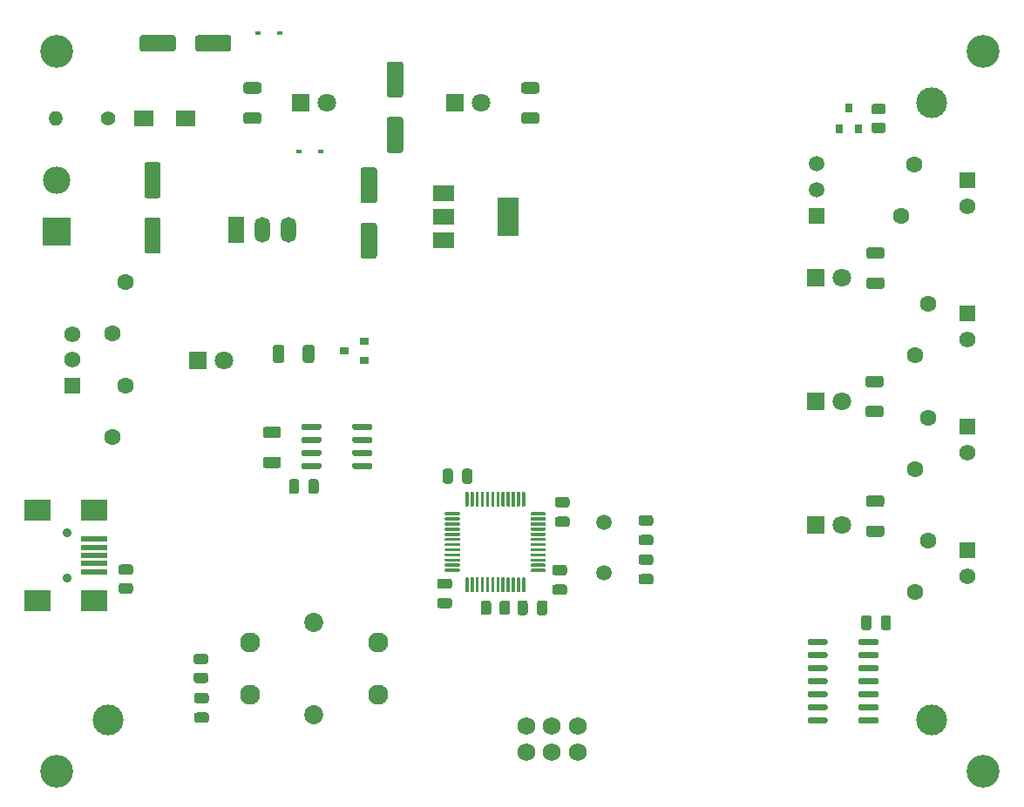
<source format=gbr>
%TF.GenerationSoftware,KiCad,Pcbnew,(5.1.9)-1*%
%TF.CreationDate,2022-11-23T19:56:57+01:00*%
%TF.ProjectId,PCDB_project,50434442-5f70-4726-9f6a-6563742e6b69,rev?*%
%TF.SameCoordinates,Original*%
%TF.FileFunction,Soldermask,Top*%
%TF.FilePolarity,Negative*%
%FSLAX46Y46*%
G04 Gerber Fmt 4.6, Leading zero omitted, Abs format (unit mm)*
G04 Created by KiCad (PCBNEW (5.1.9)-1) date 2022-11-23 19:56:57*
%MOMM*%
%LPD*%
G01*
G04 APERTURE LIST*
%ADD10R,1.574800X1.574800*%
%ADD11C,1.574800*%
%ADD12C,1.600000*%
%ADD13C,1.727200*%
%ADD14C,1.500000*%
%ADD15C,3.000000*%
%ADD16C,3.200000*%
%ADD17R,0.600000X0.450000*%
%ADD18C,1.400000*%
%ADD19O,1.400000X1.400000*%
%ADD20C,2.667000*%
%ADD21R,2.667000X2.667000*%
%ADD22R,2.500000X2.000000*%
%ADD23R,2.500000X0.500000*%
%ADD24C,0.900000*%
%ADD25R,1.905000X1.498600*%
%ADD26C,1.800000*%
%ADD27R,1.800000X1.800000*%
%ADD28R,0.800000X0.900000*%
%ADD29R,0.900000X0.800000*%
%ADD30C,1.955800*%
%ADD31C,1.854200*%
%ADD32R,1.500000X2.500000*%
%ADD33O,1.500000X2.500000*%
%ADD34R,2.000000X3.800000*%
%ADD35R,2.000000X1.500000*%
%ADD36R,1.500000X1.500000*%
G04 APERTURE END LIST*
D10*
%TO.C,J6*%
X6500000Y-37500000D03*
D11*
X6500000Y-34985400D03*
X6500000Y-32470800D03*
%TD*%
%TO.C,U6*%
G36*
G01*
X77926000Y-62584000D02*
X77926000Y-62284000D01*
G75*
G02*
X78076000Y-62134000I150000J0D01*
G01*
X79726000Y-62134000D01*
G75*
G02*
X79876000Y-62284000I0J-150000D01*
G01*
X79876000Y-62584000D01*
G75*
G02*
X79726000Y-62734000I-150000J0D01*
G01*
X78076000Y-62734000D01*
G75*
G02*
X77926000Y-62584000I0J150000D01*
G01*
G37*
G36*
G01*
X77926000Y-63854000D02*
X77926000Y-63554000D01*
G75*
G02*
X78076000Y-63404000I150000J0D01*
G01*
X79726000Y-63404000D01*
G75*
G02*
X79876000Y-63554000I0J-150000D01*
G01*
X79876000Y-63854000D01*
G75*
G02*
X79726000Y-64004000I-150000J0D01*
G01*
X78076000Y-64004000D01*
G75*
G02*
X77926000Y-63854000I0J150000D01*
G01*
G37*
G36*
G01*
X77926000Y-65124000D02*
X77926000Y-64824000D01*
G75*
G02*
X78076000Y-64674000I150000J0D01*
G01*
X79726000Y-64674000D01*
G75*
G02*
X79876000Y-64824000I0J-150000D01*
G01*
X79876000Y-65124000D01*
G75*
G02*
X79726000Y-65274000I-150000J0D01*
G01*
X78076000Y-65274000D01*
G75*
G02*
X77926000Y-65124000I0J150000D01*
G01*
G37*
G36*
G01*
X77926000Y-66394000D02*
X77926000Y-66094000D01*
G75*
G02*
X78076000Y-65944000I150000J0D01*
G01*
X79726000Y-65944000D01*
G75*
G02*
X79876000Y-66094000I0J-150000D01*
G01*
X79876000Y-66394000D01*
G75*
G02*
X79726000Y-66544000I-150000J0D01*
G01*
X78076000Y-66544000D01*
G75*
G02*
X77926000Y-66394000I0J150000D01*
G01*
G37*
G36*
G01*
X77926000Y-67664000D02*
X77926000Y-67364000D01*
G75*
G02*
X78076000Y-67214000I150000J0D01*
G01*
X79726000Y-67214000D01*
G75*
G02*
X79876000Y-67364000I0J-150000D01*
G01*
X79876000Y-67664000D01*
G75*
G02*
X79726000Y-67814000I-150000J0D01*
G01*
X78076000Y-67814000D01*
G75*
G02*
X77926000Y-67664000I0J150000D01*
G01*
G37*
G36*
G01*
X77926000Y-68934000D02*
X77926000Y-68634000D01*
G75*
G02*
X78076000Y-68484000I150000J0D01*
G01*
X79726000Y-68484000D01*
G75*
G02*
X79876000Y-68634000I0J-150000D01*
G01*
X79876000Y-68934000D01*
G75*
G02*
X79726000Y-69084000I-150000J0D01*
G01*
X78076000Y-69084000D01*
G75*
G02*
X77926000Y-68934000I0J150000D01*
G01*
G37*
G36*
G01*
X77926000Y-70204000D02*
X77926000Y-69904000D01*
G75*
G02*
X78076000Y-69754000I150000J0D01*
G01*
X79726000Y-69754000D01*
G75*
G02*
X79876000Y-69904000I0J-150000D01*
G01*
X79876000Y-70204000D01*
G75*
G02*
X79726000Y-70354000I-150000J0D01*
G01*
X78076000Y-70354000D01*
G75*
G02*
X77926000Y-70204000I0J150000D01*
G01*
G37*
G36*
G01*
X82876000Y-70204000D02*
X82876000Y-69904000D01*
G75*
G02*
X83026000Y-69754000I150000J0D01*
G01*
X84676000Y-69754000D01*
G75*
G02*
X84826000Y-69904000I0J-150000D01*
G01*
X84826000Y-70204000D01*
G75*
G02*
X84676000Y-70354000I-150000J0D01*
G01*
X83026000Y-70354000D01*
G75*
G02*
X82876000Y-70204000I0J150000D01*
G01*
G37*
G36*
G01*
X82876000Y-68934000D02*
X82876000Y-68634000D01*
G75*
G02*
X83026000Y-68484000I150000J0D01*
G01*
X84676000Y-68484000D01*
G75*
G02*
X84826000Y-68634000I0J-150000D01*
G01*
X84826000Y-68934000D01*
G75*
G02*
X84676000Y-69084000I-150000J0D01*
G01*
X83026000Y-69084000D01*
G75*
G02*
X82876000Y-68934000I0J150000D01*
G01*
G37*
G36*
G01*
X82876000Y-67664000D02*
X82876000Y-67364000D01*
G75*
G02*
X83026000Y-67214000I150000J0D01*
G01*
X84676000Y-67214000D01*
G75*
G02*
X84826000Y-67364000I0J-150000D01*
G01*
X84826000Y-67664000D01*
G75*
G02*
X84676000Y-67814000I-150000J0D01*
G01*
X83026000Y-67814000D01*
G75*
G02*
X82876000Y-67664000I0J150000D01*
G01*
G37*
G36*
G01*
X82876000Y-66394000D02*
X82876000Y-66094000D01*
G75*
G02*
X83026000Y-65944000I150000J0D01*
G01*
X84676000Y-65944000D01*
G75*
G02*
X84826000Y-66094000I0J-150000D01*
G01*
X84826000Y-66394000D01*
G75*
G02*
X84676000Y-66544000I-150000J0D01*
G01*
X83026000Y-66544000D01*
G75*
G02*
X82876000Y-66394000I0J150000D01*
G01*
G37*
G36*
G01*
X82876000Y-65124000D02*
X82876000Y-64824000D01*
G75*
G02*
X83026000Y-64674000I150000J0D01*
G01*
X84676000Y-64674000D01*
G75*
G02*
X84826000Y-64824000I0J-150000D01*
G01*
X84826000Y-65124000D01*
G75*
G02*
X84676000Y-65274000I-150000J0D01*
G01*
X83026000Y-65274000D01*
G75*
G02*
X82876000Y-65124000I0J150000D01*
G01*
G37*
G36*
G01*
X82876000Y-63854000D02*
X82876000Y-63554000D01*
G75*
G02*
X83026000Y-63404000I150000J0D01*
G01*
X84676000Y-63404000D01*
G75*
G02*
X84826000Y-63554000I0J-150000D01*
G01*
X84826000Y-63854000D01*
G75*
G02*
X84676000Y-64004000I-150000J0D01*
G01*
X83026000Y-64004000D01*
G75*
G02*
X82876000Y-63854000I0J150000D01*
G01*
G37*
G36*
G01*
X82876000Y-62584000D02*
X82876000Y-62284000D01*
G75*
G02*
X83026000Y-62134000I150000J0D01*
G01*
X84676000Y-62134000D01*
G75*
G02*
X84826000Y-62284000I0J-150000D01*
G01*
X84826000Y-62584000D01*
G75*
G02*
X84676000Y-62734000I-150000J0D01*
G01*
X83026000Y-62734000D01*
G75*
G02*
X82876000Y-62584000I0J150000D01*
G01*
G37*
%TD*%
D12*
%TO.C,MOV5*%
X89662000Y-40640000D03*
X88362000Y-45640000D03*
%TD*%
%TO.C,C13*%
G36*
G01*
X86050000Y-60077000D02*
X86050000Y-61027000D01*
G75*
G02*
X85800000Y-61277000I-250000J0D01*
G01*
X85300000Y-61277000D01*
G75*
G02*
X85050000Y-61027000I0J250000D01*
G01*
X85050000Y-60077000D01*
G75*
G02*
X85300000Y-59827000I250000J0D01*
G01*
X85800000Y-59827000D01*
G75*
G02*
X86050000Y-60077000I0J-250000D01*
G01*
G37*
G36*
G01*
X84150000Y-60077000D02*
X84150000Y-61027000D01*
G75*
G02*
X83900000Y-61277000I-250000J0D01*
G01*
X83400000Y-61277000D01*
G75*
G02*
X83150000Y-61027000I0J250000D01*
G01*
X83150000Y-60077000D01*
G75*
G02*
X83400000Y-59827000I250000J0D01*
G01*
X83900000Y-59827000D01*
G75*
G02*
X84150000Y-60077000I0J-250000D01*
G01*
G37*
%TD*%
%TO.C,R5*%
G36*
G01*
X84385999Y-11900000D02*
X85286001Y-11900000D01*
G75*
G02*
X85536000Y-12149999I0J-249999D01*
G01*
X85536000Y-12675001D01*
G75*
G02*
X85286001Y-12925000I-249999J0D01*
G01*
X84385999Y-12925000D01*
G75*
G02*
X84136000Y-12675001I0J249999D01*
G01*
X84136000Y-12149999D01*
G75*
G02*
X84385999Y-11900000I249999J0D01*
G01*
G37*
G36*
G01*
X84385999Y-10075000D02*
X85286001Y-10075000D01*
G75*
G02*
X85536000Y-10324999I0J-249999D01*
G01*
X85536000Y-10850001D01*
G75*
G02*
X85286001Y-11100000I-249999J0D01*
G01*
X84385999Y-11100000D01*
G75*
G02*
X84136000Y-10850001I0J249999D01*
G01*
X84136000Y-10324999D01*
G75*
G02*
X84385999Y-10075000I249999J0D01*
G01*
G37*
%TD*%
D13*
%TO.C,J8*%
X50596800Y-70612000D03*
X55626000Y-73126600D03*
X50596800Y-73126600D03*
X53111400Y-70612000D03*
X53111400Y-73126600D03*
X55626000Y-70612000D03*
%TD*%
D14*
%TO.C,X1*%
X58166000Y-55700000D03*
X58166000Y-50800000D03*
%TD*%
D15*
%TO.C,FD3*%
X90000000Y-10000000D03*
%TD*%
%TO.C,FD2*%
X90000000Y-70000000D03*
%TD*%
%TO.C,FD1*%
X10000000Y-70000000D03*
%TD*%
D16*
%TO.C,H2*%
X95000000Y-5000000D03*
%TD*%
%TO.C,H4*%
X95000000Y-75000000D03*
%TD*%
%TO.C,H3*%
X5000000Y-75000000D03*
%TD*%
%TO.C,H1*%
X5000000Y-5000000D03*
%TD*%
%TO.C,C1*%
G36*
G01*
X18450000Y-4750000D02*
X18450000Y-3650000D01*
G75*
G02*
X18700000Y-3400000I250000J0D01*
G01*
X21700000Y-3400000D01*
G75*
G02*
X21950000Y-3650000I0J-250000D01*
G01*
X21950000Y-4750000D01*
G75*
G02*
X21700000Y-5000000I-250000J0D01*
G01*
X18700000Y-5000000D01*
G75*
G02*
X18450000Y-4750000I0J250000D01*
G01*
G37*
G36*
G01*
X13050000Y-4750000D02*
X13050000Y-3650000D01*
G75*
G02*
X13300000Y-3400000I250000J0D01*
G01*
X16300000Y-3400000D01*
G75*
G02*
X16550000Y-3650000I0J-250000D01*
G01*
X16550000Y-4750000D01*
G75*
G02*
X16300000Y-5000000I-250000J0D01*
G01*
X13300000Y-5000000D01*
G75*
G02*
X13050000Y-4750000I0J250000D01*
G01*
G37*
%TD*%
%TO.C,C2*%
G36*
G01*
X13750000Y-21150000D02*
X14850000Y-21150000D01*
G75*
G02*
X15100000Y-21400000I0J-250000D01*
G01*
X15100000Y-24400000D01*
G75*
G02*
X14850000Y-24650000I-250000J0D01*
G01*
X13750000Y-24650000D01*
G75*
G02*
X13500000Y-24400000I0J250000D01*
G01*
X13500000Y-21400000D01*
G75*
G02*
X13750000Y-21150000I250000J0D01*
G01*
G37*
G36*
G01*
X13750000Y-15750000D02*
X14850000Y-15750000D01*
G75*
G02*
X15100000Y-16000000I0J-250000D01*
G01*
X15100000Y-19000000D01*
G75*
G02*
X14850000Y-19250000I-250000J0D01*
G01*
X13750000Y-19250000D01*
G75*
G02*
X13500000Y-19000000I0J250000D01*
G01*
X13500000Y-16000000D01*
G75*
G02*
X13750000Y-15750000I250000J0D01*
G01*
G37*
%TD*%
%TO.C,C3*%
G36*
G01*
X34750000Y-16250000D02*
X35850000Y-16250000D01*
G75*
G02*
X36100000Y-16500000I0J-250000D01*
G01*
X36100000Y-19500000D01*
G75*
G02*
X35850000Y-19750000I-250000J0D01*
G01*
X34750000Y-19750000D01*
G75*
G02*
X34500000Y-19500000I0J250000D01*
G01*
X34500000Y-16500000D01*
G75*
G02*
X34750000Y-16250000I250000J0D01*
G01*
G37*
G36*
G01*
X34750000Y-21650000D02*
X35850000Y-21650000D01*
G75*
G02*
X36100000Y-21900000I0J-250000D01*
G01*
X36100000Y-24900000D01*
G75*
G02*
X35850000Y-25150000I-250000J0D01*
G01*
X34750000Y-25150000D01*
G75*
G02*
X34500000Y-24900000I0J250000D01*
G01*
X34500000Y-21900000D01*
G75*
G02*
X34750000Y-21650000I250000J0D01*
G01*
G37*
%TD*%
%TO.C,C4*%
G36*
G01*
X38396000Y-14864000D02*
X37296000Y-14864000D01*
G75*
G02*
X37046000Y-14614000I0J250000D01*
G01*
X37046000Y-11614000D01*
G75*
G02*
X37296000Y-11364000I250000J0D01*
G01*
X38396000Y-11364000D01*
G75*
G02*
X38646000Y-11614000I0J-250000D01*
G01*
X38646000Y-14614000D01*
G75*
G02*
X38396000Y-14864000I-250000J0D01*
G01*
G37*
G36*
G01*
X38396000Y-9464000D02*
X37296000Y-9464000D01*
G75*
G02*
X37046000Y-9214000I0J250000D01*
G01*
X37046000Y-6214000D01*
G75*
G02*
X37296000Y-5964000I250000J0D01*
G01*
X38396000Y-5964000D01*
G75*
G02*
X38646000Y-6214000I0J-250000D01*
G01*
X38646000Y-9214000D01*
G75*
G02*
X38396000Y-9464000I-250000J0D01*
G01*
G37*
%TD*%
%TO.C,C5*%
G36*
G01*
X43147000Y-57250000D02*
X42197000Y-57250000D01*
G75*
G02*
X41947000Y-57000000I0J250000D01*
G01*
X41947000Y-56500000D01*
G75*
G02*
X42197000Y-56250000I250000J0D01*
G01*
X43147000Y-56250000D01*
G75*
G02*
X43397000Y-56500000I0J-250000D01*
G01*
X43397000Y-57000000D01*
G75*
G02*
X43147000Y-57250000I-250000J0D01*
G01*
G37*
G36*
G01*
X43147000Y-59150000D02*
X42197000Y-59150000D01*
G75*
G02*
X41947000Y-58900000I0J250000D01*
G01*
X41947000Y-58400000D01*
G75*
G02*
X42197000Y-58150000I250000J0D01*
G01*
X43147000Y-58150000D01*
G75*
G02*
X43397000Y-58400000I0J-250000D01*
G01*
X43397000Y-58900000D01*
G75*
G02*
X43147000Y-59150000I-250000J0D01*
G01*
G37*
%TD*%
%TO.C,C6*%
G36*
G01*
X52650000Y-58625000D02*
X52650000Y-59575000D01*
G75*
G02*
X52400000Y-59825000I-250000J0D01*
G01*
X51900000Y-59825000D01*
G75*
G02*
X51650000Y-59575000I0J250000D01*
G01*
X51650000Y-58625000D01*
G75*
G02*
X51900000Y-58375000I250000J0D01*
G01*
X52400000Y-58375000D01*
G75*
G02*
X52650000Y-58625000I0J-250000D01*
G01*
G37*
G36*
G01*
X50750000Y-58625000D02*
X50750000Y-59575000D01*
G75*
G02*
X50500000Y-59825000I-250000J0D01*
G01*
X50000000Y-59825000D01*
G75*
G02*
X49750000Y-59575000I0J250000D01*
G01*
X49750000Y-58625000D01*
G75*
G02*
X50000000Y-58375000I250000J0D01*
G01*
X50500000Y-58375000D01*
G75*
G02*
X50750000Y-58625000I0J-250000D01*
G01*
G37*
%TD*%
%TO.C,C7*%
G36*
G01*
X53627000Y-48334000D02*
X54577000Y-48334000D01*
G75*
G02*
X54827000Y-48584000I0J-250000D01*
G01*
X54827000Y-49084000D01*
G75*
G02*
X54577000Y-49334000I-250000J0D01*
G01*
X53627000Y-49334000D01*
G75*
G02*
X53377000Y-49084000I0J250000D01*
G01*
X53377000Y-48584000D01*
G75*
G02*
X53627000Y-48334000I250000J0D01*
G01*
G37*
G36*
G01*
X53627000Y-50234000D02*
X54577000Y-50234000D01*
G75*
G02*
X54827000Y-50484000I0J-250000D01*
G01*
X54827000Y-50984000D01*
G75*
G02*
X54577000Y-51234000I-250000J0D01*
G01*
X53627000Y-51234000D01*
G75*
G02*
X53377000Y-50984000I0J250000D01*
G01*
X53377000Y-50484000D01*
G75*
G02*
X53627000Y-50234000I250000J0D01*
G01*
G37*
%TD*%
%TO.C,C8*%
G36*
G01*
X44392000Y-46775000D02*
X44392000Y-45825000D01*
G75*
G02*
X44642000Y-45575000I250000J0D01*
G01*
X45142000Y-45575000D01*
G75*
G02*
X45392000Y-45825000I0J-250000D01*
G01*
X45392000Y-46775000D01*
G75*
G02*
X45142000Y-47025000I-250000J0D01*
G01*
X44642000Y-47025000D01*
G75*
G02*
X44392000Y-46775000I0J250000D01*
G01*
G37*
G36*
G01*
X42492000Y-46775000D02*
X42492000Y-45825000D01*
G75*
G02*
X42742000Y-45575000I250000J0D01*
G01*
X43242000Y-45575000D01*
G75*
G02*
X43492000Y-45825000I0J-250000D01*
G01*
X43492000Y-46775000D01*
G75*
G02*
X43242000Y-47025000I-250000J0D01*
G01*
X42742000Y-47025000D01*
G75*
G02*
X42492000Y-46775000I0J250000D01*
G01*
G37*
%TD*%
%TO.C,C9*%
G36*
G01*
X53373000Y-54938000D02*
X54323000Y-54938000D01*
G75*
G02*
X54573000Y-55188000I0J-250000D01*
G01*
X54573000Y-55688000D01*
G75*
G02*
X54323000Y-55938000I-250000J0D01*
G01*
X53373000Y-55938000D01*
G75*
G02*
X53123000Y-55688000I0J250000D01*
G01*
X53123000Y-55188000D01*
G75*
G02*
X53373000Y-54938000I250000J0D01*
G01*
G37*
G36*
G01*
X53373000Y-56838000D02*
X54323000Y-56838000D01*
G75*
G02*
X54573000Y-57088000I0J-250000D01*
G01*
X54573000Y-57588000D01*
G75*
G02*
X54323000Y-57838000I-250000J0D01*
G01*
X53373000Y-57838000D01*
G75*
G02*
X53123000Y-57588000I0J250000D01*
G01*
X53123000Y-57088000D01*
G75*
G02*
X53373000Y-56838000I250000J0D01*
G01*
G37*
%TD*%
%TO.C,C10*%
G36*
G01*
X62705000Y-54922000D02*
X61755000Y-54922000D01*
G75*
G02*
X61505000Y-54672000I0J250000D01*
G01*
X61505000Y-54172000D01*
G75*
G02*
X61755000Y-53922000I250000J0D01*
G01*
X62705000Y-53922000D01*
G75*
G02*
X62955000Y-54172000I0J-250000D01*
G01*
X62955000Y-54672000D01*
G75*
G02*
X62705000Y-54922000I-250000J0D01*
G01*
G37*
G36*
G01*
X62705000Y-56822000D02*
X61755000Y-56822000D01*
G75*
G02*
X61505000Y-56572000I0J250000D01*
G01*
X61505000Y-56072000D01*
G75*
G02*
X61755000Y-55822000I250000J0D01*
G01*
X62705000Y-55822000D01*
G75*
G02*
X62955000Y-56072000I0J-250000D01*
G01*
X62955000Y-56572000D01*
G75*
G02*
X62705000Y-56822000I-250000J0D01*
G01*
G37*
%TD*%
%TO.C,C11*%
G36*
G01*
X61755000Y-50112000D02*
X62705000Y-50112000D01*
G75*
G02*
X62955000Y-50362000I0J-250000D01*
G01*
X62955000Y-50862000D01*
G75*
G02*
X62705000Y-51112000I-250000J0D01*
G01*
X61755000Y-51112000D01*
G75*
G02*
X61505000Y-50862000I0J250000D01*
G01*
X61505000Y-50362000D01*
G75*
G02*
X61755000Y-50112000I250000J0D01*
G01*
G37*
G36*
G01*
X61755000Y-52012000D02*
X62705000Y-52012000D01*
G75*
G02*
X62955000Y-52262000I0J-250000D01*
G01*
X62955000Y-52762000D01*
G75*
G02*
X62705000Y-53012000I-250000J0D01*
G01*
X61755000Y-53012000D01*
G75*
G02*
X61505000Y-52762000I0J250000D01*
G01*
X61505000Y-52262000D01*
G75*
G02*
X61755000Y-52012000I250000J0D01*
G01*
G37*
%TD*%
%TO.C,C12*%
G36*
G01*
X18575000Y-69284000D02*
X19525000Y-69284000D01*
G75*
G02*
X19775000Y-69534000I0J-250000D01*
G01*
X19775000Y-70034000D01*
G75*
G02*
X19525000Y-70284000I-250000J0D01*
G01*
X18575000Y-70284000D01*
G75*
G02*
X18325000Y-70034000I0J250000D01*
G01*
X18325000Y-69534000D01*
G75*
G02*
X18575000Y-69284000I250000J0D01*
G01*
G37*
G36*
G01*
X18575000Y-67384000D02*
X19525000Y-67384000D01*
G75*
G02*
X19775000Y-67634000I0J-250000D01*
G01*
X19775000Y-68134000D01*
G75*
G02*
X19525000Y-68384000I-250000J0D01*
G01*
X18575000Y-68384000D01*
G75*
G02*
X18325000Y-68134000I0J250000D01*
G01*
X18325000Y-67634000D01*
G75*
G02*
X18575000Y-67384000I250000J0D01*
G01*
G37*
%TD*%
%TO.C,C14*%
G36*
G01*
X28550000Y-46825000D02*
X28550000Y-47775000D01*
G75*
G02*
X28300000Y-48025000I-250000J0D01*
G01*
X27800000Y-48025000D01*
G75*
G02*
X27550000Y-47775000I0J250000D01*
G01*
X27550000Y-46825000D01*
G75*
G02*
X27800000Y-46575000I250000J0D01*
G01*
X28300000Y-46575000D01*
G75*
G02*
X28550000Y-46825000I0J-250000D01*
G01*
G37*
G36*
G01*
X30450000Y-46825000D02*
X30450000Y-47775000D01*
G75*
G02*
X30200000Y-48025000I-250000J0D01*
G01*
X29700000Y-48025000D01*
G75*
G02*
X29450000Y-47775000I0J250000D01*
G01*
X29450000Y-46825000D01*
G75*
G02*
X29700000Y-46575000I250000J0D01*
G01*
X30200000Y-46575000D01*
G75*
G02*
X30450000Y-46825000I0J-250000D01*
G01*
G37*
%TD*%
D17*
%TO.C,D1*%
X30650000Y-14700000D03*
X28550000Y-14700000D03*
%TD*%
%TO.C,D2*%
X24550000Y-3200000D03*
X26650000Y-3200000D03*
%TD*%
D18*
%TO.C,F1*%
X10000000Y-11500000D03*
D19*
X4920000Y-11500000D03*
%TD*%
D20*
%TO.C,J1*%
X5000000Y-17496200D03*
D21*
X5000000Y-22500000D03*
%TD*%
D11*
%TO.C,J2*%
X93500000Y-20014600D03*
D10*
X93500000Y-17500000D03*
%TD*%
%TO.C,J3*%
X93500000Y-30500000D03*
D11*
X93500000Y-33014600D03*
%TD*%
%TO.C,J4*%
X93500000Y-44014600D03*
D10*
X93500000Y-41500000D03*
%TD*%
%TO.C,J5*%
X93500000Y-53500000D03*
D11*
X93500000Y-56014600D03*
%TD*%
D22*
%TO.C,J7*%
X3100000Y-49600000D03*
X3100000Y-58400000D03*
X8600000Y-49600000D03*
X8600000Y-58400000D03*
D23*
X8600000Y-52400000D03*
X8600000Y-53200000D03*
X8600000Y-54000000D03*
X8600000Y-54800000D03*
X8600000Y-55600000D03*
D24*
X6000000Y-51800000D03*
X6000000Y-56200000D03*
%TD*%
D25*
%TO.C,L1*%
X13468000Y-11474600D03*
X17532000Y-11525400D03*
%TD*%
D26*
%TO.C,LD1*%
X31270000Y-10000000D03*
D27*
X28730000Y-10000000D03*
%TD*%
%TO.C,LD2*%
X43700000Y-10000000D03*
D26*
X46240000Y-10000000D03*
%TD*%
%TO.C,LD3*%
X21270000Y-35000000D03*
D27*
X18730000Y-35000000D03*
%TD*%
%TO.C,LD4*%
X78730000Y-27000000D03*
D26*
X81270000Y-27000000D03*
%TD*%
D27*
%TO.C,LD5*%
X78730000Y-39000000D03*
D26*
X81270000Y-39000000D03*
%TD*%
%TO.C,LD6*%
X81270000Y-51000000D03*
D27*
X78730000Y-51000000D03*
%TD*%
D28*
%TO.C,M1*%
X81968000Y-10500000D03*
X82918000Y-12500000D03*
X81018000Y-12500000D03*
%TD*%
D29*
%TO.C,M2*%
X34900000Y-35050000D03*
X34900000Y-33150000D03*
X32900000Y-34100000D03*
%TD*%
D12*
%TO.C,MOV1*%
X87000000Y-21000000D03*
X88300000Y-16000000D03*
%TD*%
%TO.C,MOV2*%
X10400000Y-32400000D03*
X11700000Y-27400000D03*
%TD*%
%TO.C,MOV3*%
X10400000Y-42500000D03*
X11700000Y-37500000D03*
%TD*%
%TO.C,MOV4*%
X89662000Y-29500000D03*
X88362000Y-34500000D03*
%TD*%
%TO.C,MOV6*%
X88362000Y-57578000D03*
X89662000Y-52578000D03*
%TD*%
%TO.C,R1*%
G36*
G01*
X23374999Y-7975000D02*
X24625001Y-7975000D01*
G75*
G02*
X24875000Y-8224999I0J-249999D01*
G01*
X24875000Y-8850001D01*
G75*
G02*
X24625001Y-9100000I-249999J0D01*
G01*
X23374999Y-9100000D01*
G75*
G02*
X23125000Y-8850001I0J249999D01*
G01*
X23125000Y-8224999D01*
G75*
G02*
X23374999Y-7975000I249999J0D01*
G01*
G37*
G36*
G01*
X23374999Y-10900000D02*
X24625001Y-10900000D01*
G75*
G02*
X24875000Y-11149999I0J-249999D01*
G01*
X24875000Y-11775001D01*
G75*
G02*
X24625001Y-12025000I-249999J0D01*
G01*
X23374999Y-12025000D01*
G75*
G02*
X23125000Y-11775001I0J249999D01*
G01*
X23125000Y-11149999D01*
G75*
G02*
X23374999Y-10900000I249999J0D01*
G01*
G37*
%TD*%
%TO.C,R2*%
G36*
G01*
X11249999Y-54875000D02*
X12150001Y-54875000D01*
G75*
G02*
X12400000Y-55124999I0J-249999D01*
G01*
X12400000Y-55650001D01*
G75*
G02*
X12150001Y-55900000I-249999J0D01*
G01*
X11249999Y-55900000D01*
G75*
G02*
X11000000Y-55650001I0J249999D01*
G01*
X11000000Y-55124999D01*
G75*
G02*
X11249999Y-54875000I249999J0D01*
G01*
G37*
G36*
G01*
X11249999Y-56700000D02*
X12150001Y-56700000D01*
G75*
G02*
X12400000Y-56949999I0J-249999D01*
G01*
X12400000Y-57475001D01*
G75*
G02*
X12150001Y-57725000I-249999J0D01*
G01*
X11249999Y-57725000D01*
G75*
G02*
X11000000Y-57475001I0J249999D01*
G01*
X11000000Y-56949999D01*
G75*
G02*
X11249999Y-56700000I249999J0D01*
G01*
G37*
%TD*%
%TO.C,R3*%
G36*
G01*
X18549999Y-63575000D02*
X19450001Y-63575000D01*
G75*
G02*
X19700000Y-63824999I0J-249999D01*
G01*
X19700000Y-64350001D01*
G75*
G02*
X19450001Y-64600000I-249999J0D01*
G01*
X18549999Y-64600000D01*
G75*
G02*
X18300000Y-64350001I0J249999D01*
G01*
X18300000Y-63824999D01*
G75*
G02*
X18549999Y-63575000I249999J0D01*
G01*
G37*
G36*
G01*
X18549999Y-65400000D02*
X19450001Y-65400000D01*
G75*
G02*
X19700000Y-65649999I0J-249999D01*
G01*
X19700000Y-66175001D01*
G75*
G02*
X19450001Y-66425000I-249999J0D01*
G01*
X18549999Y-66425000D01*
G75*
G02*
X18300000Y-66175001I0J249999D01*
G01*
X18300000Y-65649999D01*
G75*
G02*
X18549999Y-65400000I249999J0D01*
G01*
G37*
%TD*%
%TO.C,R4*%
G36*
G01*
X51625001Y-9100000D02*
X50374999Y-9100000D01*
G75*
G02*
X50125000Y-8850001I0J249999D01*
G01*
X50125000Y-8224999D01*
G75*
G02*
X50374999Y-7975000I249999J0D01*
G01*
X51625001Y-7975000D01*
G75*
G02*
X51875000Y-8224999I0J-249999D01*
G01*
X51875000Y-8850001D01*
G75*
G02*
X51625001Y-9100000I-249999J0D01*
G01*
G37*
G36*
G01*
X51625001Y-12025000D02*
X50374999Y-12025000D01*
G75*
G02*
X50125000Y-11775001I0J249999D01*
G01*
X50125000Y-11149999D01*
G75*
G02*
X50374999Y-10900000I249999J0D01*
G01*
X51625001Y-10900000D01*
G75*
G02*
X51875000Y-11149999I0J-249999D01*
G01*
X51875000Y-11775001D01*
G75*
G02*
X51625001Y-12025000I-249999J0D01*
G01*
G37*
%TD*%
%TO.C,R6*%
G36*
G01*
X27100000Y-33774999D02*
X27100000Y-35025001D01*
G75*
G02*
X26850001Y-35275000I-249999J0D01*
G01*
X26224999Y-35275000D01*
G75*
G02*
X25975000Y-35025001I0J249999D01*
G01*
X25975000Y-33774999D01*
G75*
G02*
X26224999Y-33525000I249999J0D01*
G01*
X26850001Y-33525000D01*
G75*
G02*
X27100000Y-33774999I0J-249999D01*
G01*
G37*
G36*
G01*
X30025000Y-33774999D02*
X30025000Y-35025001D01*
G75*
G02*
X29775001Y-35275000I-249999J0D01*
G01*
X29149999Y-35275000D01*
G75*
G02*
X28900000Y-35025001I0J249999D01*
G01*
X28900000Y-33774999D01*
G75*
G02*
X29149999Y-33525000I249999J0D01*
G01*
X29775001Y-33525000D01*
G75*
G02*
X30025000Y-33774999I0J-249999D01*
G01*
G37*
%TD*%
%TO.C,R7*%
G36*
G01*
X26525001Y-45525000D02*
X25274999Y-45525000D01*
G75*
G02*
X25025000Y-45275001I0J249999D01*
G01*
X25025000Y-44649999D01*
G75*
G02*
X25274999Y-44400000I249999J0D01*
G01*
X26525001Y-44400000D01*
G75*
G02*
X26775000Y-44649999I0J-249999D01*
G01*
X26775000Y-45275001D01*
G75*
G02*
X26525001Y-45525000I-249999J0D01*
G01*
G37*
G36*
G01*
X26525001Y-42600000D02*
X25274999Y-42600000D01*
G75*
G02*
X25025000Y-42350001I0J249999D01*
G01*
X25025000Y-41724999D01*
G75*
G02*
X25274999Y-41475000I249999J0D01*
G01*
X26525001Y-41475000D01*
G75*
G02*
X26775000Y-41724999I0J-249999D01*
G01*
X26775000Y-42350001D01*
G75*
G02*
X26525001Y-42600000I-249999J0D01*
G01*
G37*
%TD*%
%TO.C,R8*%
G36*
G01*
X85157001Y-28081000D02*
X83906999Y-28081000D01*
G75*
G02*
X83657000Y-27831001I0J249999D01*
G01*
X83657000Y-27205999D01*
G75*
G02*
X83906999Y-26956000I249999J0D01*
G01*
X85157001Y-26956000D01*
G75*
G02*
X85407000Y-27205999I0J-249999D01*
G01*
X85407000Y-27831001D01*
G75*
G02*
X85157001Y-28081000I-249999J0D01*
G01*
G37*
G36*
G01*
X85157001Y-25156000D02*
X83906999Y-25156000D01*
G75*
G02*
X83657000Y-24906001I0J249999D01*
G01*
X83657000Y-24280999D01*
G75*
G02*
X83906999Y-24031000I249999J0D01*
G01*
X85157001Y-24031000D01*
G75*
G02*
X85407000Y-24280999I0J-249999D01*
G01*
X85407000Y-24906001D01*
G75*
G02*
X85157001Y-25156000I-249999J0D01*
G01*
G37*
%TD*%
%TO.C,R9*%
G36*
G01*
X85065001Y-37656000D02*
X83814999Y-37656000D01*
G75*
G02*
X83565000Y-37406001I0J249999D01*
G01*
X83565000Y-36780999D01*
G75*
G02*
X83814999Y-36531000I249999J0D01*
G01*
X85065001Y-36531000D01*
G75*
G02*
X85315000Y-36780999I0J-249999D01*
G01*
X85315000Y-37406001D01*
G75*
G02*
X85065001Y-37656000I-249999J0D01*
G01*
G37*
G36*
G01*
X85065001Y-40581000D02*
X83814999Y-40581000D01*
G75*
G02*
X83565000Y-40331001I0J249999D01*
G01*
X83565000Y-39705999D01*
G75*
G02*
X83814999Y-39456000I249999J0D01*
G01*
X85065001Y-39456000D01*
G75*
G02*
X85315000Y-39705999I0J-249999D01*
G01*
X85315000Y-40331001D01*
G75*
G02*
X85065001Y-40581000I-249999J0D01*
G01*
G37*
%TD*%
%TO.C,R10*%
G36*
G01*
X85127001Y-52211000D02*
X83876999Y-52211000D01*
G75*
G02*
X83627000Y-51961001I0J249999D01*
G01*
X83627000Y-51335999D01*
G75*
G02*
X83876999Y-51086000I249999J0D01*
G01*
X85127001Y-51086000D01*
G75*
G02*
X85377000Y-51335999I0J-249999D01*
G01*
X85377000Y-51961001D01*
G75*
G02*
X85127001Y-52211000I-249999J0D01*
G01*
G37*
G36*
G01*
X85127001Y-49286000D02*
X83876999Y-49286000D01*
G75*
G02*
X83627000Y-49036001I0J249999D01*
G01*
X83627000Y-48410999D01*
G75*
G02*
X83876999Y-48161000I249999J0D01*
G01*
X85127001Y-48161000D01*
G75*
G02*
X85377000Y-48410999I0J-249999D01*
G01*
X85377000Y-49036001D01*
G75*
G02*
X85127001Y-49286000I-249999J0D01*
G01*
G37*
%TD*%
%TO.C,R11*%
G36*
G01*
X47200000Y-58649999D02*
X47200000Y-59550001D01*
G75*
G02*
X46950001Y-59800000I-249999J0D01*
G01*
X46424999Y-59800000D01*
G75*
G02*
X46175000Y-59550001I0J249999D01*
G01*
X46175000Y-58649999D01*
G75*
G02*
X46424999Y-58400000I249999J0D01*
G01*
X46950001Y-58400000D01*
G75*
G02*
X47200000Y-58649999I0J-249999D01*
G01*
G37*
G36*
G01*
X49025000Y-58649999D02*
X49025000Y-59550001D01*
G75*
G02*
X48775001Y-59800000I-249999J0D01*
G01*
X48249999Y-59800000D01*
G75*
G02*
X48000000Y-59550001I0J249999D01*
G01*
X48000000Y-58649999D01*
G75*
G02*
X48249999Y-58400000I249999J0D01*
G01*
X48775001Y-58400000D01*
G75*
G02*
X49025000Y-58649999I0J-249999D01*
G01*
G37*
%TD*%
D30*
%TO.C,SW1*%
X36248400Y-67510400D03*
X36248400Y-62506600D03*
X23751600Y-67510400D03*
D31*
X30000000Y-69517000D03*
X30000000Y-60500000D03*
D30*
X23751600Y-62506600D03*
%TD*%
D32*
%TO.C,U1*%
X22400000Y-22300000D03*
D33*
X24940000Y-22300000D03*
X27480000Y-22300000D03*
%TD*%
D34*
%TO.C,U2*%
X48870000Y-21082000D03*
D35*
X42570000Y-21082000D03*
X42570000Y-23382000D03*
X42570000Y-18782000D03*
%TD*%
%TO.C,U3*%
G36*
G01*
X50500000Y-56200000D02*
X50500000Y-57525000D01*
G75*
G02*
X50425000Y-57600000I-75000J0D01*
G01*
X50275000Y-57600000D01*
G75*
G02*
X50200000Y-57525000I0J75000D01*
G01*
X50200000Y-56200000D01*
G75*
G02*
X50275000Y-56125000I75000J0D01*
G01*
X50425000Y-56125000D01*
G75*
G02*
X50500000Y-56200000I0J-75000D01*
G01*
G37*
G36*
G01*
X50000000Y-56200000D02*
X50000000Y-57525000D01*
G75*
G02*
X49925000Y-57600000I-75000J0D01*
G01*
X49775000Y-57600000D01*
G75*
G02*
X49700000Y-57525000I0J75000D01*
G01*
X49700000Y-56200000D01*
G75*
G02*
X49775000Y-56125000I75000J0D01*
G01*
X49925000Y-56125000D01*
G75*
G02*
X50000000Y-56200000I0J-75000D01*
G01*
G37*
G36*
G01*
X49500000Y-56200000D02*
X49500000Y-57525000D01*
G75*
G02*
X49425000Y-57600000I-75000J0D01*
G01*
X49275000Y-57600000D01*
G75*
G02*
X49200000Y-57525000I0J75000D01*
G01*
X49200000Y-56200000D01*
G75*
G02*
X49275000Y-56125000I75000J0D01*
G01*
X49425000Y-56125000D01*
G75*
G02*
X49500000Y-56200000I0J-75000D01*
G01*
G37*
G36*
G01*
X49000000Y-56200000D02*
X49000000Y-57525000D01*
G75*
G02*
X48925000Y-57600000I-75000J0D01*
G01*
X48775000Y-57600000D01*
G75*
G02*
X48700000Y-57525000I0J75000D01*
G01*
X48700000Y-56200000D01*
G75*
G02*
X48775000Y-56125000I75000J0D01*
G01*
X48925000Y-56125000D01*
G75*
G02*
X49000000Y-56200000I0J-75000D01*
G01*
G37*
G36*
G01*
X48500000Y-56200000D02*
X48500000Y-57525000D01*
G75*
G02*
X48425000Y-57600000I-75000J0D01*
G01*
X48275000Y-57600000D01*
G75*
G02*
X48200000Y-57525000I0J75000D01*
G01*
X48200000Y-56200000D01*
G75*
G02*
X48275000Y-56125000I75000J0D01*
G01*
X48425000Y-56125000D01*
G75*
G02*
X48500000Y-56200000I0J-75000D01*
G01*
G37*
G36*
G01*
X48000000Y-56200000D02*
X48000000Y-57525000D01*
G75*
G02*
X47925000Y-57600000I-75000J0D01*
G01*
X47775000Y-57600000D01*
G75*
G02*
X47700000Y-57525000I0J75000D01*
G01*
X47700000Y-56200000D01*
G75*
G02*
X47775000Y-56125000I75000J0D01*
G01*
X47925000Y-56125000D01*
G75*
G02*
X48000000Y-56200000I0J-75000D01*
G01*
G37*
G36*
G01*
X47500000Y-56200000D02*
X47500000Y-57525000D01*
G75*
G02*
X47425000Y-57600000I-75000J0D01*
G01*
X47275000Y-57600000D01*
G75*
G02*
X47200000Y-57525000I0J75000D01*
G01*
X47200000Y-56200000D01*
G75*
G02*
X47275000Y-56125000I75000J0D01*
G01*
X47425000Y-56125000D01*
G75*
G02*
X47500000Y-56200000I0J-75000D01*
G01*
G37*
G36*
G01*
X47000000Y-56200000D02*
X47000000Y-57525000D01*
G75*
G02*
X46925000Y-57600000I-75000J0D01*
G01*
X46775000Y-57600000D01*
G75*
G02*
X46700000Y-57525000I0J75000D01*
G01*
X46700000Y-56200000D01*
G75*
G02*
X46775000Y-56125000I75000J0D01*
G01*
X46925000Y-56125000D01*
G75*
G02*
X47000000Y-56200000I0J-75000D01*
G01*
G37*
G36*
G01*
X46500000Y-56200000D02*
X46500000Y-57525000D01*
G75*
G02*
X46425000Y-57600000I-75000J0D01*
G01*
X46275000Y-57600000D01*
G75*
G02*
X46200000Y-57525000I0J75000D01*
G01*
X46200000Y-56200000D01*
G75*
G02*
X46275000Y-56125000I75000J0D01*
G01*
X46425000Y-56125000D01*
G75*
G02*
X46500000Y-56200000I0J-75000D01*
G01*
G37*
G36*
G01*
X46000000Y-56200000D02*
X46000000Y-57525000D01*
G75*
G02*
X45925000Y-57600000I-75000J0D01*
G01*
X45775000Y-57600000D01*
G75*
G02*
X45700000Y-57525000I0J75000D01*
G01*
X45700000Y-56200000D01*
G75*
G02*
X45775000Y-56125000I75000J0D01*
G01*
X45925000Y-56125000D01*
G75*
G02*
X46000000Y-56200000I0J-75000D01*
G01*
G37*
G36*
G01*
X45500000Y-56200000D02*
X45500000Y-57525000D01*
G75*
G02*
X45425000Y-57600000I-75000J0D01*
G01*
X45275000Y-57600000D01*
G75*
G02*
X45200000Y-57525000I0J75000D01*
G01*
X45200000Y-56200000D01*
G75*
G02*
X45275000Y-56125000I75000J0D01*
G01*
X45425000Y-56125000D01*
G75*
G02*
X45500000Y-56200000I0J-75000D01*
G01*
G37*
G36*
G01*
X45000000Y-56200000D02*
X45000000Y-57525000D01*
G75*
G02*
X44925000Y-57600000I-75000J0D01*
G01*
X44775000Y-57600000D01*
G75*
G02*
X44700000Y-57525000I0J75000D01*
G01*
X44700000Y-56200000D01*
G75*
G02*
X44775000Y-56125000I75000J0D01*
G01*
X44925000Y-56125000D01*
G75*
G02*
X45000000Y-56200000I0J-75000D01*
G01*
G37*
G36*
G01*
X44175000Y-55375000D02*
X44175000Y-55525000D01*
G75*
G02*
X44100000Y-55600000I-75000J0D01*
G01*
X42775000Y-55600000D01*
G75*
G02*
X42700000Y-55525000I0J75000D01*
G01*
X42700000Y-55375000D01*
G75*
G02*
X42775000Y-55300000I75000J0D01*
G01*
X44100000Y-55300000D01*
G75*
G02*
X44175000Y-55375000I0J-75000D01*
G01*
G37*
G36*
G01*
X44175000Y-54875000D02*
X44175000Y-55025000D01*
G75*
G02*
X44100000Y-55100000I-75000J0D01*
G01*
X42775000Y-55100000D01*
G75*
G02*
X42700000Y-55025000I0J75000D01*
G01*
X42700000Y-54875000D01*
G75*
G02*
X42775000Y-54800000I75000J0D01*
G01*
X44100000Y-54800000D01*
G75*
G02*
X44175000Y-54875000I0J-75000D01*
G01*
G37*
G36*
G01*
X44175000Y-54375000D02*
X44175000Y-54525000D01*
G75*
G02*
X44100000Y-54600000I-75000J0D01*
G01*
X42775000Y-54600000D01*
G75*
G02*
X42700000Y-54525000I0J75000D01*
G01*
X42700000Y-54375000D01*
G75*
G02*
X42775000Y-54300000I75000J0D01*
G01*
X44100000Y-54300000D01*
G75*
G02*
X44175000Y-54375000I0J-75000D01*
G01*
G37*
G36*
G01*
X44175000Y-53875000D02*
X44175000Y-54025000D01*
G75*
G02*
X44100000Y-54100000I-75000J0D01*
G01*
X42775000Y-54100000D01*
G75*
G02*
X42700000Y-54025000I0J75000D01*
G01*
X42700000Y-53875000D01*
G75*
G02*
X42775000Y-53800000I75000J0D01*
G01*
X44100000Y-53800000D01*
G75*
G02*
X44175000Y-53875000I0J-75000D01*
G01*
G37*
G36*
G01*
X44175000Y-53375000D02*
X44175000Y-53525000D01*
G75*
G02*
X44100000Y-53600000I-75000J0D01*
G01*
X42775000Y-53600000D01*
G75*
G02*
X42700000Y-53525000I0J75000D01*
G01*
X42700000Y-53375000D01*
G75*
G02*
X42775000Y-53300000I75000J0D01*
G01*
X44100000Y-53300000D01*
G75*
G02*
X44175000Y-53375000I0J-75000D01*
G01*
G37*
G36*
G01*
X44175000Y-52875000D02*
X44175000Y-53025000D01*
G75*
G02*
X44100000Y-53100000I-75000J0D01*
G01*
X42775000Y-53100000D01*
G75*
G02*
X42700000Y-53025000I0J75000D01*
G01*
X42700000Y-52875000D01*
G75*
G02*
X42775000Y-52800000I75000J0D01*
G01*
X44100000Y-52800000D01*
G75*
G02*
X44175000Y-52875000I0J-75000D01*
G01*
G37*
G36*
G01*
X44175000Y-52375000D02*
X44175000Y-52525000D01*
G75*
G02*
X44100000Y-52600000I-75000J0D01*
G01*
X42775000Y-52600000D01*
G75*
G02*
X42700000Y-52525000I0J75000D01*
G01*
X42700000Y-52375000D01*
G75*
G02*
X42775000Y-52300000I75000J0D01*
G01*
X44100000Y-52300000D01*
G75*
G02*
X44175000Y-52375000I0J-75000D01*
G01*
G37*
G36*
G01*
X44175000Y-51875000D02*
X44175000Y-52025000D01*
G75*
G02*
X44100000Y-52100000I-75000J0D01*
G01*
X42775000Y-52100000D01*
G75*
G02*
X42700000Y-52025000I0J75000D01*
G01*
X42700000Y-51875000D01*
G75*
G02*
X42775000Y-51800000I75000J0D01*
G01*
X44100000Y-51800000D01*
G75*
G02*
X44175000Y-51875000I0J-75000D01*
G01*
G37*
G36*
G01*
X44175000Y-51375000D02*
X44175000Y-51525000D01*
G75*
G02*
X44100000Y-51600000I-75000J0D01*
G01*
X42775000Y-51600000D01*
G75*
G02*
X42700000Y-51525000I0J75000D01*
G01*
X42700000Y-51375000D01*
G75*
G02*
X42775000Y-51300000I75000J0D01*
G01*
X44100000Y-51300000D01*
G75*
G02*
X44175000Y-51375000I0J-75000D01*
G01*
G37*
G36*
G01*
X44175000Y-50875000D02*
X44175000Y-51025000D01*
G75*
G02*
X44100000Y-51100000I-75000J0D01*
G01*
X42775000Y-51100000D01*
G75*
G02*
X42700000Y-51025000I0J75000D01*
G01*
X42700000Y-50875000D01*
G75*
G02*
X42775000Y-50800000I75000J0D01*
G01*
X44100000Y-50800000D01*
G75*
G02*
X44175000Y-50875000I0J-75000D01*
G01*
G37*
G36*
G01*
X44175000Y-50375000D02*
X44175000Y-50525000D01*
G75*
G02*
X44100000Y-50600000I-75000J0D01*
G01*
X42775000Y-50600000D01*
G75*
G02*
X42700000Y-50525000I0J75000D01*
G01*
X42700000Y-50375000D01*
G75*
G02*
X42775000Y-50300000I75000J0D01*
G01*
X44100000Y-50300000D01*
G75*
G02*
X44175000Y-50375000I0J-75000D01*
G01*
G37*
G36*
G01*
X44175000Y-49875000D02*
X44175000Y-50025000D01*
G75*
G02*
X44100000Y-50100000I-75000J0D01*
G01*
X42775000Y-50100000D01*
G75*
G02*
X42700000Y-50025000I0J75000D01*
G01*
X42700000Y-49875000D01*
G75*
G02*
X42775000Y-49800000I75000J0D01*
G01*
X44100000Y-49800000D01*
G75*
G02*
X44175000Y-49875000I0J-75000D01*
G01*
G37*
G36*
G01*
X45000000Y-47875000D02*
X45000000Y-49200000D01*
G75*
G02*
X44925000Y-49275000I-75000J0D01*
G01*
X44775000Y-49275000D01*
G75*
G02*
X44700000Y-49200000I0J75000D01*
G01*
X44700000Y-47875000D01*
G75*
G02*
X44775000Y-47800000I75000J0D01*
G01*
X44925000Y-47800000D01*
G75*
G02*
X45000000Y-47875000I0J-75000D01*
G01*
G37*
G36*
G01*
X45500000Y-47875000D02*
X45500000Y-49200000D01*
G75*
G02*
X45425000Y-49275000I-75000J0D01*
G01*
X45275000Y-49275000D01*
G75*
G02*
X45200000Y-49200000I0J75000D01*
G01*
X45200000Y-47875000D01*
G75*
G02*
X45275000Y-47800000I75000J0D01*
G01*
X45425000Y-47800000D01*
G75*
G02*
X45500000Y-47875000I0J-75000D01*
G01*
G37*
G36*
G01*
X46000000Y-47875000D02*
X46000000Y-49200000D01*
G75*
G02*
X45925000Y-49275000I-75000J0D01*
G01*
X45775000Y-49275000D01*
G75*
G02*
X45700000Y-49200000I0J75000D01*
G01*
X45700000Y-47875000D01*
G75*
G02*
X45775000Y-47800000I75000J0D01*
G01*
X45925000Y-47800000D01*
G75*
G02*
X46000000Y-47875000I0J-75000D01*
G01*
G37*
G36*
G01*
X46500000Y-47875000D02*
X46500000Y-49200000D01*
G75*
G02*
X46425000Y-49275000I-75000J0D01*
G01*
X46275000Y-49275000D01*
G75*
G02*
X46200000Y-49200000I0J75000D01*
G01*
X46200000Y-47875000D01*
G75*
G02*
X46275000Y-47800000I75000J0D01*
G01*
X46425000Y-47800000D01*
G75*
G02*
X46500000Y-47875000I0J-75000D01*
G01*
G37*
G36*
G01*
X47000000Y-47875000D02*
X47000000Y-49200000D01*
G75*
G02*
X46925000Y-49275000I-75000J0D01*
G01*
X46775000Y-49275000D01*
G75*
G02*
X46700000Y-49200000I0J75000D01*
G01*
X46700000Y-47875000D01*
G75*
G02*
X46775000Y-47800000I75000J0D01*
G01*
X46925000Y-47800000D01*
G75*
G02*
X47000000Y-47875000I0J-75000D01*
G01*
G37*
G36*
G01*
X47500000Y-47875000D02*
X47500000Y-49200000D01*
G75*
G02*
X47425000Y-49275000I-75000J0D01*
G01*
X47275000Y-49275000D01*
G75*
G02*
X47200000Y-49200000I0J75000D01*
G01*
X47200000Y-47875000D01*
G75*
G02*
X47275000Y-47800000I75000J0D01*
G01*
X47425000Y-47800000D01*
G75*
G02*
X47500000Y-47875000I0J-75000D01*
G01*
G37*
G36*
G01*
X48000000Y-47875000D02*
X48000000Y-49200000D01*
G75*
G02*
X47925000Y-49275000I-75000J0D01*
G01*
X47775000Y-49275000D01*
G75*
G02*
X47700000Y-49200000I0J75000D01*
G01*
X47700000Y-47875000D01*
G75*
G02*
X47775000Y-47800000I75000J0D01*
G01*
X47925000Y-47800000D01*
G75*
G02*
X48000000Y-47875000I0J-75000D01*
G01*
G37*
G36*
G01*
X48500000Y-47875000D02*
X48500000Y-49200000D01*
G75*
G02*
X48425000Y-49275000I-75000J0D01*
G01*
X48275000Y-49275000D01*
G75*
G02*
X48200000Y-49200000I0J75000D01*
G01*
X48200000Y-47875000D01*
G75*
G02*
X48275000Y-47800000I75000J0D01*
G01*
X48425000Y-47800000D01*
G75*
G02*
X48500000Y-47875000I0J-75000D01*
G01*
G37*
G36*
G01*
X49000000Y-47875000D02*
X49000000Y-49200000D01*
G75*
G02*
X48925000Y-49275000I-75000J0D01*
G01*
X48775000Y-49275000D01*
G75*
G02*
X48700000Y-49200000I0J75000D01*
G01*
X48700000Y-47875000D01*
G75*
G02*
X48775000Y-47800000I75000J0D01*
G01*
X48925000Y-47800000D01*
G75*
G02*
X49000000Y-47875000I0J-75000D01*
G01*
G37*
G36*
G01*
X49500000Y-47875000D02*
X49500000Y-49200000D01*
G75*
G02*
X49425000Y-49275000I-75000J0D01*
G01*
X49275000Y-49275000D01*
G75*
G02*
X49200000Y-49200000I0J75000D01*
G01*
X49200000Y-47875000D01*
G75*
G02*
X49275000Y-47800000I75000J0D01*
G01*
X49425000Y-47800000D01*
G75*
G02*
X49500000Y-47875000I0J-75000D01*
G01*
G37*
G36*
G01*
X50000000Y-47875000D02*
X50000000Y-49200000D01*
G75*
G02*
X49925000Y-49275000I-75000J0D01*
G01*
X49775000Y-49275000D01*
G75*
G02*
X49700000Y-49200000I0J75000D01*
G01*
X49700000Y-47875000D01*
G75*
G02*
X49775000Y-47800000I75000J0D01*
G01*
X49925000Y-47800000D01*
G75*
G02*
X50000000Y-47875000I0J-75000D01*
G01*
G37*
G36*
G01*
X50500000Y-47875000D02*
X50500000Y-49200000D01*
G75*
G02*
X50425000Y-49275000I-75000J0D01*
G01*
X50275000Y-49275000D01*
G75*
G02*
X50200000Y-49200000I0J75000D01*
G01*
X50200000Y-47875000D01*
G75*
G02*
X50275000Y-47800000I75000J0D01*
G01*
X50425000Y-47800000D01*
G75*
G02*
X50500000Y-47875000I0J-75000D01*
G01*
G37*
G36*
G01*
X52500000Y-49875000D02*
X52500000Y-50025000D01*
G75*
G02*
X52425000Y-50100000I-75000J0D01*
G01*
X51100000Y-50100000D01*
G75*
G02*
X51025000Y-50025000I0J75000D01*
G01*
X51025000Y-49875000D01*
G75*
G02*
X51100000Y-49800000I75000J0D01*
G01*
X52425000Y-49800000D01*
G75*
G02*
X52500000Y-49875000I0J-75000D01*
G01*
G37*
G36*
G01*
X52500000Y-50375000D02*
X52500000Y-50525000D01*
G75*
G02*
X52425000Y-50600000I-75000J0D01*
G01*
X51100000Y-50600000D01*
G75*
G02*
X51025000Y-50525000I0J75000D01*
G01*
X51025000Y-50375000D01*
G75*
G02*
X51100000Y-50300000I75000J0D01*
G01*
X52425000Y-50300000D01*
G75*
G02*
X52500000Y-50375000I0J-75000D01*
G01*
G37*
G36*
G01*
X52500000Y-50875000D02*
X52500000Y-51025000D01*
G75*
G02*
X52425000Y-51100000I-75000J0D01*
G01*
X51100000Y-51100000D01*
G75*
G02*
X51025000Y-51025000I0J75000D01*
G01*
X51025000Y-50875000D01*
G75*
G02*
X51100000Y-50800000I75000J0D01*
G01*
X52425000Y-50800000D01*
G75*
G02*
X52500000Y-50875000I0J-75000D01*
G01*
G37*
G36*
G01*
X52500000Y-51375000D02*
X52500000Y-51525000D01*
G75*
G02*
X52425000Y-51600000I-75000J0D01*
G01*
X51100000Y-51600000D01*
G75*
G02*
X51025000Y-51525000I0J75000D01*
G01*
X51025000Y-51375000D01*
G75*
G02*
X51100000Y-51300000I75000J0D01*
G01*
X52425000Y-51300000D01*
G75*
G02*
X52500000Y-51375000I0J-75000D01*
G01*
G37*
G36*
G01*
X52500000Y-51875000D02*
X52500000Y-52025000D01*
G75*
G02*
X52425000Y-52100000I-75000J0D01*
G01*
X51100000Y-52100000D01*
G75*
G02*
X51025000Y-52025000I0J75000D01*
G01*
X51025000Y-51875000D01*
G75*
G02*
X51100000Y-51800000I75000J0D01*
G01*
X52425000Y-51800000D01*
G75*
G02*
X52500000Y-51875000I0J-75000D01*
G01*
G37*
G36*
G01*
X52500000Y-52375000D02*
X52500000Y-52525000D01*
G75*
G02*
X52425000Y-52600000I-75000J0D01*
G01*
X51100000Y-52600000D01*
G75*
G02*
X51025000Y-52525000I0J75000D01*
G01*
X51025000Y-52375000D01*
G75*
G02*
X51100000Y-52300000I75000J0D01*
G01*
X52425000Y-52300000D01*
G75*
G02*
X52500000Y-52375000I0J-75000D01*
G01*
G37*
G36*
G01*
X52500000Y-52875000D02*
X52500000Y-53025000D01*
G75*
G02*
X52425000Y-53100000I-75000J0D01*
G01*
X51100000Y-53100000D01*
G75*
G02*
X51025000Y-53025000I0J75000D01*
G01*
X51025000Y-52875000D01*
G75*
G02*
X51100000Y-52800000I75000J0D01*
G01*
X52425000Y-52800000D01*
G75*
G02*
X52500000Y-52875000I0J-75000D01*
G01*
G37*
G36*
G01*
X52500000Y-53375000D02*
X52500000Y-53525000D01*
G75*
G02*
X52425000Y-53600000I-75000J0D01*
G01*
X51100000Y-53600000D01*
G75*
G02*
X51025000Y-53525000I0J75000D01*
G01*
X51025000Y-53375000D01*
G75*
G02*
X51100000Y-53300000I75000J0D01*
G01*
X52425000Y-53300000D01*
G75*
G02*
X52500000Y-53375000I0J-75000D01*
G01*
G37*
G36*
G01*
X52500000Y-53875000D02*
X52500000Y-54025000D01*
G75*
G02*
X52425000Y-54100000I-75000J0D01*
G01*
X51100000Y-54100000D01*
G75*
G02*
X51025000Y-54025000I0J75000D01*
G01*
X51025000Y-53875000D01*
G75*
G02*
X51100000Y-53800000I75000J0D01*
G01*
X52425000Y-53800000D01*
G75*
G02*
X52500000Y-53875000I0J-75000D01*
G01*
G37*
G36*
G01*
X52500000Y-54375000D02*
X52500000Y-54525000D01*
G75*
G02*
X52425000Y-54600000I-75000J0D01*
G01*
X51100000Y-54600000D01*
G75*
G02*
X51025000Y-54525000I0J75000D01*
G01*
X51025000Y-54375000D01*
G75*
G02*
X51100000Y-54300000I75000J0D01*
G01*
X52425000Y-54300000D01*
G75*
G02*
X52500000Y-54375000I0J-75000D01*
G01*
G37*
G36*
G01*
X52500000Y-54875000D02*
X52500000Y-55025000D01*
G75*
G02*
X52425000Y-55100000I-75000J0D01*
G01*
X51100000Y-55100000D01*
G75*
G02*
X51025000Y-55025000I0J75000D01*
G01*
X51025000Y-54875000D01*
G75*
G02*
X51100000Y-54800000I75000J0D01*
G01*
X52425000Y-54800000D01*
G75*
G02*
X52500000Y-54875000I0J-75000D01*
G01*
G37*
G36*
G01*
X52500000Y-55375000D02*
X52500000Y-55525000D01*
G75*
G02*
X52425000Y-55600000I-75000J0D01*
G01*
X51100000Y-55600000D01*
G75*
G02*
X51025000Y-55525000I0J75000D01*
G01*
X51025000Y-55375000D01*
G75*
G02*
X51100000Y-55300000I75000J0D01*
G01*
X52425000Y-55300000D01*
G75*
G02*
X52500000Y-55375000I0J-75000D01*
G01*
G37*
%TD*%
D14*
%TO.C,U4*%
X78800000Y-18460000D03*
X78800000Y-15920000D03*
D36*
X78800000Y-21000000D03*
%TD*%
%TO.C,U5*%
G36*
G01*
X35650000Y-45155000D02*
X35650000Y-45455000D01*
G75*
G02*
X35500000Y-45605000I-150000J0D01*
G01*
X33850000Y-45605000D01*
G75*
G02*
X33700000Y-45455000I0J150000D01*
G01*
X33700000Y-45155000D01*
G75*
G02*
X33850000Y-45005000I150000J0D01*
G01*
X35500000Y-45005000D01*
G75*
G02*
X35650000Y-45155000I0J-150000D01*
G01*
G37*
G36*
G01*
X35650000Y-43885000D02*
X35650000Y-44185000D01*
G75*
G02*
X35500000Y-44335000I-150000J0D01*
G01*
X33850000Y-44335000D01*
G75*
G02*
X33700000Y-44185000I0J150000D01*
G01*
X33700000Y-43885000D01*
G75*
G02*
X33850000Y-43735000I150000J0D01*
G01*
X35500000Y-43735000D01*
G75*
G02*
X35650000Y-43885000I0J-150000D01*
G01*
G37*
G36*
G01*
X35650000Y-42615000D02*
X35650000Y-42915000D01*
G75*
G02*
X35500000Y-43065000I-150000J0D01*
G01*
X33850000Y-43065000D01*
G75*
G02*
X33700000Y-42915000I0J150000D01*
G01*
X33700000Y-42615000D01*
G75*
G02*
X33850000Y-42465000I150000J0D01*
G01*
X35500000Y-42465000D01*
G75*
G02*
X35650000Y-42615000I0J-150000D01*
G01*
G37*
G36*
G01*
X35650000Y-41345000D02*
X35650000Y-41645000D01*
G75*
G02*
X35500000Y-41795000I-150000J0D01*
G01*
X33850000Y-41795000D01*
G75*
G02*
X33700000Y-41645000I0J150000D01*
G01*
X33700000Y-41345000D01*
G75*
G02*
X33850000Y-41195000I150000J0D01*
G01*
X35500000Y-41195000D01*
G75*
G02*
X35650000Y-41345000I0J-150000D01*
G01*
G37*
G36*
G01*
X30700000Y-41345000D02*
X30700000Y-41645000D01*
G75*
G02*
X30550000Y-41795000I-150000J0D01*
G01*
X28900000Y-41795000D01*
G75*
G02*
X28750000Y-41645000I0J150000D01*
G01*
X28750000Y-41345000D01*
G75*
G02*
X28900000Y-41195000I150000J0D01*
G01*
X30550000Y-41195000D01*
G75*
G02*
X30700000Y-41345000I0J-150000D01*
G01*
G37*
G36*
G01*
X30700000Y-42615000D02*
X30700000Y-42915000D01*
G75*
G02*
X30550000Y-43065000I-150000J0D01*
G01*
X28900000Y-43065000D01*
G75*
G02*
X28750000Y-42915000I0J150000D01*
G01*
X28750000Y-42615000D01*
G75*
G02*
X28900000Y-42465000I150000J0D01*
G01*
X30550000Y-42465000D01*
G75*
G02*
X30700000Y-42615000I0J-150000D01*
G01*
G37*
G36*
G01*
X30700000Y-43885000D02*
X30700000Y-44185000D01*
G75*
G02*
X30550000Y-44335000I-150000J0D01*
G01*
X28900000Y-44335000D01*
G75*
G02*
X28750000Y-44185000I0J150000D01*
G01*
X28750000Y-43885000D01*
G75*
G02*
X28900000Y-43735000I150000J0D01*
G01*
X30550000Y-43735000D01*
G75*
G02*
X30700000Y-43885000I0J-150000D01*
G01*
G37*
G36*
G01*
X30700000Y-45155000D02*
X30700000Y-45455000D01*
G75*
G02*
X30550000Y-45605000I-150000J0D01*
G01*
X28900000Y-45605000D01*
G75*
G02*
X28750000Y-45455000I0J150000D01*
G01*
X28750000Y-45155000D01*
G75*
G02*
X28900000Y-45005000I150000J0D01*
G01*
X30550000Y-45005000D01*
G75*
G02*
X30700000Y-45155000I0J-150000D01*
G01*
G37*
%TD*%
M02*

</source>
